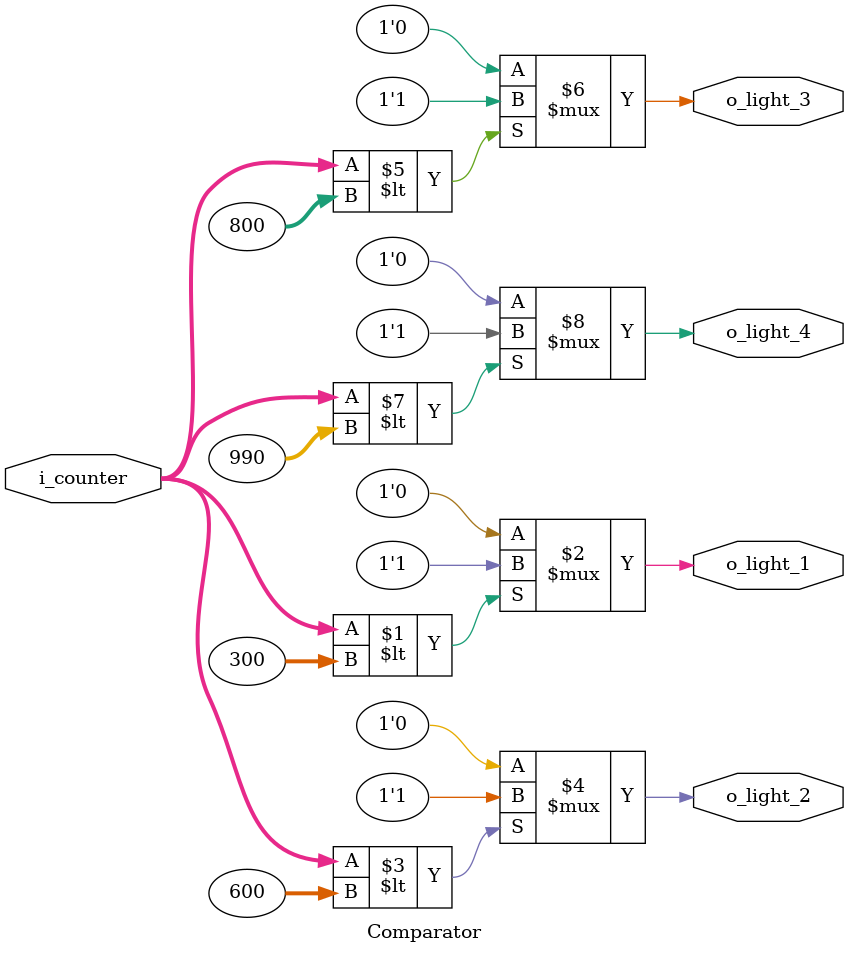
<source format=v>
`timescale 1ns / 1ps

module Comparator(
    input [9:0] i_counter,
    output o_light_1, o_light_2, o_light_3, o_light_4
    );
    
    assign o_light_1 = (i_counter < 300) ? 1'b1 : 1'b0;
    assign o_light_2 = (i_counter < 600) ? 1'b1 : 1'b0;
    assign o_light_3 = (i_counter < 800) ? 1'b1 : 1'b0;
    assign o_light_4 = (i_counter < 990) ? 1'b1 : 1'b0;

endmodule

</source>
